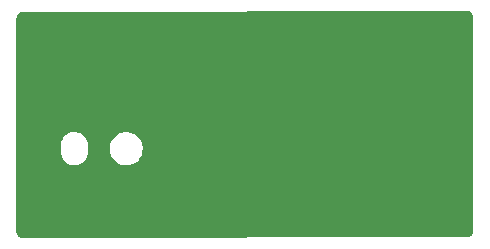
<source format=gbr>
%TF.GenerationSoftware,KiCad,Pcbnew,6.0.4-6f826c9f35~116~ubuntu21.10.1*%
%TF.CreationDate,2022-04-19T01:50:48-04:00*%
%TF.ProjectId,hotwire-lite,686f7477-6972-4652-9d6c-6974652e6b69,rev?*%
%TF.SameCoordinates,Original*%
%TF.FileFunction,Copper,L2,Bot*%
%TF.FilePolarity,Positive*%
%FSLAX46Y46*%
G04 Gerber Fmt 4.6, Leading zero omitted, Abs format (unit mm)*
G04 Created by KiCad (PCBNEW 6.0.4-6f826c9f35~116~ubuntu21.10.1) date 2022-04-19 01:50:48*
%MOMM*%
%LPD*%
G01*
G04 APERTURE LIST*
%TA.AperFunction,ViaPad*%
%ADD10C,1.000000*%
%TD*%
%TA.AperFunction,ViaPad*%
%ADD11C,1.500000*%
%TD*%
%TA.AperFunction,ViaPad*%
%ADD12C,0.800000*%
%TD*%
G04 APERTURE END LIST*
D10*
%TO.N,GND*%
X125400000Y-116000000D03*
D11*
X115500000Y-122200000D03*
X121500000Y-122200000D03*
D12*
X145500000Y-109750000D03*
X143250000Y-109750000D03*
X146250000Y-108750000D03*
X142250000Y-108750000D03*
X144250000Y-108750000D03*
X145250000Y-107750000D03*
X143250000Y-107750000D03*
X146250000Y-106750000D03*
X144250000Y-106750000D03*
X145250000Y-105750000D03*
X142250000Y-106750000D03*
X143250000Y-105750000D03*
X141250000Y-105750000D03*
X139250000Y-105750000D03*
X123843599Y-108706401D03*
X131827174Y-115741472D03*
X139150000Y-121500000D03*
X134450000Y-121500000D03*
X131950000Y-110300000D03*
X130950000Y-110200000D03*
X128850000Y-110904500D03*
X121050000Y-109800000D03*
X124950000Y-123500000D03*
X123950000Y-105700000D03*
%TD*%
%TA.AperFunction,Conductor*%
%TO.N,GND*%
G36*
X146678797Y-105027134D02*
G01*
X146681582Y-105027575D01*
X146690207Y-105028941D01*
X146700000Y-105030492D01*
X146709793Y-105028941D01*
X146719711Y-105028941D01*
X146719711Y-105029838D01*
X146735377Y-105029486D01*
X146765593Y-105032891D01*
X146819297Y-105038942D01*
X146846799Y-105045219D01*
X146946718Y-105080182D01*
X146972132Y-105092421D01*
X147016374Y-105120220D01*
X147061763Y-105148740D01*
X147083822Y-105166332D01*
X147158668Y-105241178D01*
X147176260Y-105263237D01*
X147232578Y-105352866D01*
X147244818Y-105378282D01*
X147279781Y-105478201D01*
X147286058Y-105505703D01*
X147295514Y-105589622D01*
X147295162Y-105605289D01*
X147296059Y-105605289D01*
X147296059Y-105615207D01*
X147294508Y-105625000D01*
X147296059Y-105634793D01*
X147297949Y-105646726D01*
X147299500Y-105666436D01*
X147299500Y-123583564D01*
X147297949Y-123603274D01*
X147294508Y-123625000D01*
X147296059Y-123634793D01*
X147296059Y-123644711D01*
X147295162Y-123644711D01*
X147295514Y-123660378D01*
X147286058Y-123744297D01*
X147279781Y-123771799D01*
X147244818Y-123871718D01*
X147232579Y-123897132D01*
X147201426Y-123946712D01*
X147176260Y-123986763D01*
X147158668Y-124008822D01*
X147083822Y-124083668D01*
X147061763Y-124101260D01*
X147009472Y-124134117D01*
X146972134Y-124157578D01*
X146946718Y-124169818D01*
X146846799Y-124204781D01*
X146819297Y-124211058D01*
X146765593Y-124217109D01*
X146735377Y-124220514D01*
X146719711Y-124220162D01*
X146719711Y-124221059D01*
X146709793Y-124221059D01*
X146700000Y-124219508D01*
X146677744Y-124223033D01*
X146658299Y-124224583D01*
X109241163Y-124299417D01*
X109221203Y-124297866D01*
X109200000Y-124294508D01*
X109190207Y-124296059D01*
X109180289Y-124296059D01*
X109180289Y-124295162D01*
X109164623Y-124295514D01*
X109134407Y-124292109D01*
X109080703Y-124286058D01*
X109053201Y-124279781D01*
X108953282Y-124244818D01*
X108927866Y-124232578D01*
X108915143Y-124224583D01*
X108838237Y-124176260D01*
X108816178Y-124158668D01*
X108741332Y-124083822D01*
X108723740Y-124061763D01*
X108667422Y-123972134D01*
X108655182Y-123946718D01*
X108620219Y-123846799D01*
X108613942Y-123819297D01*
X108604486Y-123735378D01*
X108604838Y-123719711D01*
X108603941Y-123719711D01*
X108603941Y-123709793D01*
X108605492Y-123700000D01*
X108602051Y-123678274D01*
X108600500Y-123658564D01*
X108600500Y-117003641D01*
X112349500Y-117003641D01*
X112363919Y-117160560D01*
X112421314Y-117364069D01*
X112423867Y-117369247D01*
X112423869Y-117369251D01*
X112461202Y-117444954D01*
X112514835Y-117553710D01*
X112641349Y-117723133D01*
X112796619Y-117866663D01*
X112975446Y-117979495D01*
X113171840Y-118057848D01*
X113177497Y-118058973D01*
X113177503Y-118058975D01*
X113373558Y-118097972D01*
X113373560Y-118097972D01*
X113379225Y-118099099D01*
X113385000Y-118099175D01*
X113385004Y-118099175D01*
X113491024Y-118100563D01*
X113590654Y-118101867D01*
X113599919Y-118100275D01*
X113793350Y-118067038D01*
X113793351Y-118067038D01*
X113799047Y-118066059D01*
X113997425Y-117992873D01*
X114016316Y-117981634D01*
X114174179Y-117887716D01*
X114174180Y-117887715D01*
X114179144Y-117884762D01*
X114338119Y-117745345D01*
X114469024Y-117579292D01*
X114480049Y-117558338D01*
X114564785Y-117397280D01*
X114567477Y-117392164D01*
X114630180Y-117190227D01*
X114650500Y-117018545D01*
X114650500Y-116633789D01*
X116495996Y-116633789D01*
X116504913Y-116871295D01*
X116553719Y-117103904D01*
X116555677Y-117108863D01*
X116555678Y-117108865D01*
X116604925Y-117233564D01*
X116641020Y-117324963D01*
X116643787Y-117329522D01*
X116643788Y-117329525D01*
X116684903Y-117397280D01*
X116764319Y-117528153D01*
X116920090Y-117707664D01*
X116924216Y-117711047D01*
X116924220Y-117711051D01*
X116966045Y-117745345D01*
X117103880Y-117858362D01*
X117108516Y-117861001D01*
X117108519Y-117861003D01*
X117209561Y-117918519D01*
X117310433Y-117975939D01*
X117533844Y-118057034D01*
X117539092Y-118057983D01*
X117763641Y-118098588D01*
X117763648Y-118098589D01*
X117767725Y-118099326D01*
X117785991Y-118100187D01*
X117791131Y-118100430D01*
X117791138Y-118100430D01*
X117792619Y-118100500D01*
X117959680Y-118100500D01*
X118042026Y-118093513D01*
X118131512Y-118085920D01*
X118131516Y-118085919D01*
X118136823Y-118085469D01*
X118141978Y-118084131D01*
X118141984Y-118084130D01*
X118361703Y-118027102D01*
X118361702Y-118027102D01*
X118366874Y-118025760D01*
X118483327Y-117973302D01*
X118578715Y-117930333D01*
X118578718Y-117930332D01*
X118583576Y-117928143D01*
X118780732Y-117795409D01*
X118952705Y-117631355D01*
X119094579Y-117440670D01*
X119202295Y-117228807D01*
X119212562Y-117195744D01*
X119271193Y-117006919D01*
X119272775Y-117001824D01*
X119304004Y-116766211D01*
X119295087Y-116528705D01*
X119246281Y-116296096D01*
X119226180Y-116245197D01*
X119160941Y-116080002D01*
X119160940Y-116080000D01*
X119158980Y-116075037D01*
X119132106Y-116030749D01*
X119038448Y-115876407D01*
X119035681Y-115871847D01*
X118879910Y-115692336D01*
X118875784Y-115688953D01*
X118875780Y-115688949D01*
X118700248Y-115545023D01*
X118696120Y-115541638D01*
X118691484Y-115538999D01*
X118691481Y-115538997D01*
X118569685Y-115469667D01*
X118489567Y-115424061D01*
X118266156Y-115342966D01*
X118255422Y-115341025D01*
X118036359Y-115301412D01*
X118036352Y-115301411D01*
X118032275Y-115300674D01*
X118014009Y-115299813D01*
X118008869Y-115299570D01*
X118008862Y-115299570D01*
X118007381Y-115299500D01*
X117840320Y-115299500D01*
X117757974Y-115306487D01*
X117668488Y-115314080D01*
X117668484Y-115314081D01*
X117663177Y-115314531D01*
X117658022Y-115315869D01*
X117658016Y-115315870D01*
X117546612Y-115344785D01*
X117433126Y-115374240D01*
X117353566Y-115410079D01*
X117221285Y-115469667D01*
X117221282Y-115469668D01*
X117216424Y-115471857D01*
X117019268Y-115604591D01*
X116847295Y-115768645D01*
X116705421Y-115959330D01*
X116597705Y-116171193D01*
X116596124Y-116176284D01*
X116596123Y-116176287D01*
X116557301Y-116301315D01*
X116527225Y-116398176D01*
X116495996Y-116633789D01*
X114650500Y-116633789D01*
X114650500Y-116396359D01*
X114636081Y-116239440D01*
X114578686Y-116035931D01*
X114567553Y-116013354D01*
X114487719Y-115851469D01*
X114485165Y-115846290D01*
X114358651Y-115676867D01*
X114203381Y-115533337D01*
X114024554Y-115420505D01*
X113828160Y-115342152D01*
X113822503Y-115341027D01*
X113822497Y-115341025D01*
X113626442Y-115302028D01*
X113626440Y-115302028D01*
X113620775Y-115300901D01*
X113615000Y-115300825D01*
X113614996Y-115300825D01*
X113508976Y-115299437D01*
X113409346Y-115298133D01*
X113403649Y-115299112D01*
X113403648Y-115299112D01*
X113206650Y-115332962D01*
X113206649Y-115332962D01*
X113200953Y-115333941D01*
X113002575Y-115407127D01*
X112997614Y-115410079D01*
X112997613Y-115410079D01*
X112977166Y-115422244D01*
X112820856Y-115515238D01*
X112661881Y-115654655D01*
X112530976Y-115820708D01*
X112528287Y-115825819D01*
X112528285Y-115825822D01*
X112504070Y-115871847D01*
X112432523Y-116007836D01*
X112369820Y-116209773D01*
X112349500Y-116381455D01*
X112349500Y-117003641D01*
X108600500Y-117003641D01*
X108600500Y-105741436D01*
X108602051Y-105721726D01*
X108603941Y-105709793D01*
X108605492Y-105700000D01*
X108603941Y-105690207D01*
X108603941Y-105680289D01*
X108604838Y-105680289D01*
X108604486Y-105664622D01*
X108613942Y-105580703D01*
X108620219Y-105553201D01*
X108655182Y-105453282D01*
X108667422Y-105427866D01*
X108681642Y-105405236D01*
X108723740Y-105338237D01*
X108741332Y-105316178D01*
X108816178Y-105241332D01*
X108838237Y-105223740D01*
X108849243Y-105216825D01*
X108927868Y-105167421D01*
X108953282Y-105155182D01*
X109053201Y-105120219D01*
X109080703Y-105113942D01*
X109134407Y-105107891D01*
X109164623Y-105104486D01*
X109180289Y-105104838D01*
X109180289Y-105103941D01*
X109190207Y-105103941D01*
X109200000Y-105105492D01*
X109222256Y-105101967D01*
X109241701Y-105100417D01*
X146658837Y-105025583D01*
X146678797Y-105027134D01*
G37*
%TD.AperFunction*%
%TD*%
M02*

</source>
